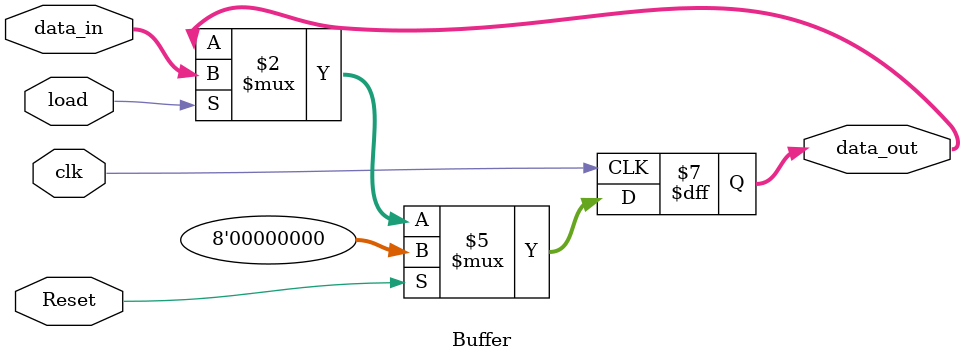
<source format=v>
module Buffer
  (
    input                 clk,
    input                 Reset,
    input                 load,
	 input  [7:0]           data_in,
    output reg [7:0]       data_out 
  );
 
  always @(posedge clk)
    if (Reset)
      data_out <= 0;
    else
	  if(load)
      data_out <= data_in;
    
endmodule

</source>
